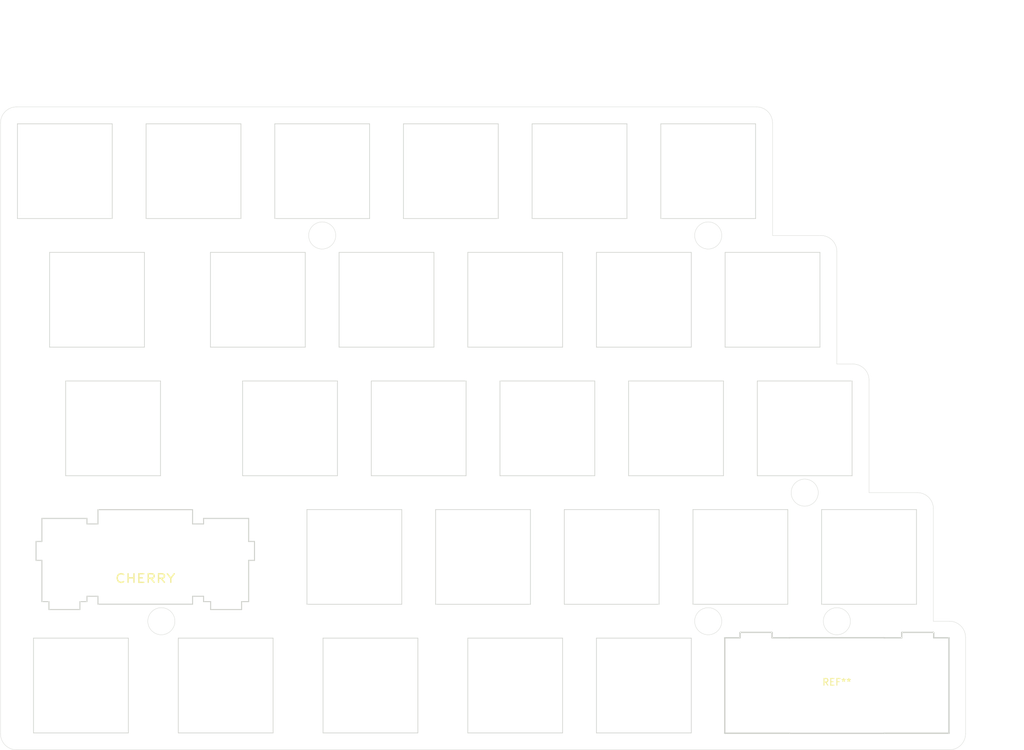
<source format=kicad_pcb>
(kicad_pcb (version 20171130) (host pcbnew 5.1.2-f72e74a~84~ubuntu18.04.1)

  (general
    (thickness 1.6)
    (drawings 32)
    (tracks 0)
    (zones 0)
    (modules 41)
    (nets 1)
  )

  (page A4)
  (layers
    (0 F.Cu signal hide)
    (31 B.Cu signal hide)
    (32 B.Adhes user hide)
    (33 F.Adhes user hide)
    (34 B.Paste user hide)
    (35 F.Paste user hide)
    (36 B.SilkS user hide)
    (37 F.SilkS user hide)
    (38 B.Mask user hide)
    (39 F.Mask user hide)
    (40 Dwgs.User user)
    (41 Cmts.User user hide)
    (42 Eco1.User user hide)
    (43 Eco2.User user hide)
    (44 Edge.Cuts user)
    (45 Margin user hide)
    (46 B.CrtYd user hide)
    (47 F.CrtYd user hide)
    (48 B.Fab user hide)
    (49 F.Fab user hide)
  )

  (setup
    (last_trace_width 0.25)
    (trace_clearance 0.2)
    (zone_clearance 0.508)
    (zone_45_only no)
    (trace_min 0.2)
    (via_size 0.8)
    (via_drill 0.4)
    (via_min_size 0.4)
    (via_min_drill 0.3)
    (uvia_size 0.3)
    (uvia_drill 0.1)
    (uvias_allowed no)
    (uvia_min_size 0.2)
    (uvia_min_drill 0.1)
    (edge_width 0.05)
    (segment_width 0.2)
    (pcb_text_width 0.3)
    (pcb_text_size 1.5 1.5)
    (mod_edge_width 0.12)
    (mod_text_size 1 1)
    (mod_text_width 0.15)
    (pad_size 1.524 1.524)
    (pad_drill 0.762)
    (pad_to_mask_clearance 0.051)
    (solder_mask_min_width 0.25)
    (aux_axis_origin 0 0)
    (visible_elements FFFFFF7F)
    (pcbplotparams
      (layerselection 0x010fc_ffffffff)
      (usegerberextensions false)
      (usegerberattributes false)
      (usegerberadvancedattributes false)
      (creategerberjobfile false)
      (excludeedgelayer true)
      (linewidth 0.100000)
      (plotframeref false)
      (viasonmask false)
      (mode 1)
      (useauxorigin false)
      (hpglpennumber 1)
      (hpglpenspeed 20)
      (hpglpendiameter 15.000000)
      (psnegative false)
      (psa4output false)
      (plotreference true)
      (plotvalue true)
      (plotinvisibletext false)
      (padsonsilk false)
      (subtractmaskfromsilk false)
      (outputformat 1)
      (mirror false)
      (drillshape 1)
      (scaleselection 1)
      (outputdirectory ""))
  )

  (net 0 "")

  (net_class Default "これはデフォルトのネット クラスです。"
    (clearance 0.2)
    (trace_width 0.25)
    (via_dia 0.8)
    (via_drill 0.4)
    (uvia_dia 0.3)
    (uvia_drill 0.1)
  )

  (net_class Power ""
    (clearance 0.2)
    (trace_width 0.5)
    (via_dia 0.8)
    (via_drill 0.4)
    (uvia_dia 0.3)
    (uvia_drill 0.1)
  )

  (module lib:MX_CUTOUT (layer F.Cu) (tedit 5BCAE12D) (tstamp 5CFA5DCA)
    (at 90.25 66.5)
    (fp_text reference MX_CUTOUT (at 0 1.5) (layer F.SilkS) hide
      (effects (font (size 1 1) (thickness 0.15)))
    )
    (fp_text value VAL** (at 0 0) (layer F.SilkS) hide
      (effects (font (size 1 1) (thickness 0.15)))
    )
    (fp_line (start 7 7) (end 7 -7) (layer Edge.Cuts) (width 0.1))
    (fp_line (start -7 7) (end 7 7) (layer Edge.Cuts) (width 0.1))
    (fp_line (start -7 -7) (end -7 7) (layer Edge.Cuts) (width 0.1))
    (fp_line (start 7 -7) (end -7 -7) (layer Edge.Cuts) (width 0.1))
  )

  (module lib:MX_CUTOUT (layer F.Cu) (tedit 5BCAE12D) (tstamp 5CFA5DBC)
    (at 109.25 66.5)
    (fp_text reference MX_CUTOUT (at 0 1.5) (layer F.SilkS) hide
      (effects (font (size 1 1) (thickness 0.15)))
    )
    (fp_text value VAL** (at 0 0) (layer F.SilkS) hide
      (effects (font (size 1 1) (thickness 0.15)))
    )
    (fp_line (start 7 -7) (end -7 -7) (layer Edge.Cuts) (width 0.1))
    (fp_line (start -7 -7) (end -7 7) (layer Edge.Cuts) (width 0.1))
    (fp_line (start -7 7) (end 7 7) (layer Edge.Cuts) (width 0.1))
    (fp_line (start 7 7) (end 7 -7) (layer Edge.Cuts) (width 0.1))
  )

  (module lib:MX_CUTOUT (layer F.Cu) (tedit 5BCAE12D) (tstamp 5CFA5DAE)
    (at 128.25 66.5)
    (fp_text reference MX_CUTOUT (at 0 1.5) (layer F.SilkS) hide
      (effects (font (size 1 1) (thickness 0.15)))
    )
    (fp_text value VAL** (at 0 0) (layer F.SilkS) hide
      (effects (font (size 1 1) (thickness 0.15)))
    )
    (fp_line (start 7 7) (end 7 -7) (layer Edge.Cuts) (width 0.1))
    (fp_line (start -7 7) (end 7 7) (layer Edge.Cuts) (width 0.1))
    (fp_line (start -7 -7) (end -7 7) (layer Edge.Cuts) (width 0.1))
    (fp_line (start 7 -7) (end -7 -7) (layer Edge.Cuts) (width 0.1))
  )

  (module lib:MX_CUTOUT (layer F.Cu) (tedit 5BCAE12D) (tstamp 5CFA5DA0)
    (at 147.25 66.5)
    (fp_text reference MX_CUTOUT (at 0 1.5) (layer F.SilkS) hide
      (effects (font (size 1 1) (thickness 0.15)))
    )
    (fp_text value VAL** (at 0 0) (layer F.SilkS) hide
      (effects (font (size 1 1) (thickness 0.15)))
    )
    (fp_line (start 7 -7) (end -7 -7) (layer Edge.Cuts) (width 0.1))
    (fp_line (start -7 -7) (end -7 7) (layer Edge.Cuts) (width 0.1))
    (fp_line (start -7 7) (end 7 7) (layer Edge.Cuts) (width 0.1))
    (fp_line (start 7 7) (end 7 -7) (layer Edge.Cuts) (width 0.1))
  )

  (module lib:MX_CUTOUT (layer F.Cu) (tedit 5BCAE12D) (tstamp 5CFA5D92)
    (at 166.25 66.5)
    (fp_text reference MX_CUTOUT (at 0 1.5) (layer F.SilkS) hide
      (effects (font (size 1 1) (thickness 0.15)))
    )
    (fp_text value VAL** (at 0 0) (layer F.SilkS) hide
      (effects (font (size 1 1) (thickness 0.15)))
    )
    (fp_line (start 7 7) (end 7 -7) (layer Edge.Cuts) (width 0.1))
    (fp_line (start -7 7) (end 7 7) (layer Edge.Cuts) (width 0.1))
    (fp_line (start -7 -7) (end -7 7) (layer Edge.Cuts) (width 0.1))
    (fp_line (start 7 -7) (end -7 -7) (layer Edge.Cuts) (width 0.1))
  )

  (module lib:MX_CUTOUT (layer F.Cu) (tedit 5BCAE12D) (tstamp 5CFA5D84)
    (at 185.25 66.5)
    (fp_text reference MX_CUTOUT (at 0 1.5) (layer F.SilkS) hide
      (effects (font (size 1 1) (thickness 0.15)))
    )
    (fp_text value VAL** (at 0 0) (layer F.SilkS) hide
      (effects (font (size 1 1) (thickness 0.15)))
    )
    (fp_line (start 7 -7) (end -7 -7) (layer Edge.Cuts) (width 0.1))
    (fp_line (start -7 -7) (end -7 7) (layer Edge.Cuts) (width 0.1))
    (fp_line (start -7 7) (end 7 7) (layer Edge.Cuts) (width 0.1))
    (fp_line (start 7 7) (end 7 -7) (layer Edge.Cuts) (width 0.1))
  )

  (module lib:MX_CUTOUT (layer F.Cu) (tedit 5BCAE12D) (tstamp 5CFA5D76)
    (at 194.75 85.5)
    (fp_text reference MX_CUTOUT (at 0 1.5) (layer F.SilkS) hide
      (effects (font (size 1 1) (thickness 0.15)))
    )
    (fp_text value VAL** (at 0 0) (layer F.SilkS) hide
      (effects (font (size 1 1) (thickness 0.15)))
    )
    (fp_line (start 7 7) (end 7 -7) (layer Edge.Cuts) (width 0.1))
    (fp_line (start -7 7) (end 7 7) (layer Edge.Cuts) (width 0.1))
    (fp_line (start -7 -7) (end -7 7) (layer Edge.Cuts) (width 0.1))
    (fp_line (start 7 -7) (end -7 -7) (layer Edge.Cuts) (width 0.1))
  )

  (module lib:MX_CUTOUT (layer F.Cu) (tedit 5BCAE12D) (tstamp 5CFA5D68)
    (at 175.75 85.5)
    (fp_text reference MX_CUTOUT (at 0 1.5) (layer F.SilkS) hide
      (effects (font (size 1 1) (thickness 0.15)))
    )
    (fp_text value VAL** (at 0 0) (layer F.SilkS) hide
      (effects (font (size 1 1) (thickness 0.15)))
    )
    (fp_line (start 7 -7) (end -7 -7) (layer Edge.Cuts) (width 0.1))
    (fp_line (start -7 -7) (end -7 7) (layer Edge.Cuts) (width 0.1))
    (fp_line (start -7 7) (end 7 7) (layer Edge.Cuts) (width 0.1))
    (fp_line (start 7 7) (end 7 -7) (layer Edge.Cuts) (width 0.1))
  )

  (module lib:MX_CUTOUT (layer F.Cu) (tedit 5BCAE12D) (tstamp 5CFA5D5A)
    (at 156.75 85.5)
    (fp_text reference MX_CUTOUT (at 0 1.5) (layer F.SilkS) hide
      (effects (font (size 1 1) (thickness 0.15)))
    )
    (fp_text value VAL** (at 0 0) (layer F.SilkS) hide
      (effects (font (size 1 1) (thickness 0.15)))
    )
    (fp_line (start 7 7) (end 7 -7) (layer Edge.Cuts) (width 0.1))
    (fp_line (start -7 7) (end 7 7) (layer Edge.Cuts) (width 0.1))
    (fp_line (start -7 -7) (end -7 7) (layer Edge.Cuts) (width 0.1))
    (fp_line (start 7 -7) (end -7 -7) (layer Edge.Cuts) (width 0.1))
  )

  (module lib:MX_CUTOUT (layer F.Cu) (tedit 5BCAE12D) (tstamp 5CFA5D4C)
    (at 137.75 85.5)
    (fp_text reference MX_CUTOUT (at 0 1.5) (layer F.SilkS) hide
      (effects (font (size 1 1) (thickness 0.15)))
    )
    (fp_text value VAL** (at 0 0) (layer F.SilkS) hide
      (effects (font (size 1 1) (thickness 0.15)))
    )
    (fp_line (start 7 -7) (end -7 -7) (layer Edge.Cuts) (width 0.1))
    (fp_line (start -7 -7) (end -7 7) (layer Edge.Cuts) (width 0.1))
    (fp_line (start -7 7) (end 7 7) (layer Edge.Cuts) (width 0.1))
    (fp_line (start 7 7) (end 7 -7) (layer Edge.Cuts) (width 0.1))
  )

  (module lib:MX_CUTOUT (layer F.Cu) (tedit 5BCAE12D) (tstamp 5CFA5D3E)
    (at 118.75 85.5)
    (fp_text reference MX_CUTOUT (at 0 1.5) (layer F.SilkS) hide
      (effects (font (size 1 1) (thickness 0.15)))
    )
    (fp_text value VAL** (at 0 0) (layer F.SilkS) hide
      (effects (font (size 1 1) (thickness 0.15)))
    )
    (fp_line (start 7 7) (end 7 -7) (layer Edge.Cuts) (width 0.1))
    (fp_line (start -7 7) (end 7 7) (layer Edge.Cuts) (width 0.1))
    (fp_line (start -7 -7) (end -7 7) (layer Edge.Cuts) (width 0.1))
    (fp_line (start 7 -7) (end -7 -7) (layer Edge.Cuts) (width 0.1))
  )

  (module lib:MX_CUTOUT (layer F.Cu) (tedit 5BCAE12D) (tstamp 5CFA5D30)
    (at 95 85.5)
    (fp_text reference MX_CUTOUT (at 0 1.5) (layer F.SilkS) hide
      (effects (font (size 1 1) (thickness 0.15)))
    )
    (fp_text value VAL** (at 0 0) (layer F.SilkS) hide
      (effects (font (size 1 1) (thickness 0.15)))
    )
    (fp_line (start 7 -7) (end -7 -7) (layer Edge.Cuts) (width 0.1))
    (fp_line (start -7 -7) (end -7 7) (layer Edge.Cuts) (width 0.1))
    (fp_line (start -7 7) (end 7 7) (layer Edge.Cuts) (width 0.1))
    (fp_line (start 7 7) (end 7 -7) (layer Edge.Cuts) (width 0.1))
  )

  (module lib:MX_CUTOUT (layer F.Cu) (tedit 5BCAE12D) (tstamp 5CFA5D22)
    (at 97.375 104.5)
    (fp_text reference MX_CUTOUT (at 0 1.5) (layer F.SilkS) hide
      (effects (font (size 1 1) (thickness 0.15)))
    )
    (fp_text value VAL** (at 0 0) (layer F.SilkS) hide
      (effects (font (size 1 1) (thickness 0.15)))
    )
    (fp_line (start 7 7) (end 7 -7) (layer Edge.Cuts) (width 0.1))
    (fp_line (start -7 7) (end 7 7) (layer Edge.Cuts) (width 0.1))
    (fp_line (start -7 -7) (end -7 7) (layer Edge.Cuts) (width 0.1))
    (fp_line (start 7 -7) (end -7 -7) (layer Edge.Cuts) (width 0.1))
  )

  (module lib:MX_CUTOUT (layer F.Cu) (tedit 5BCAE12D) (tstamp 5CFA5D14)
    (at 123.5 104.5)
    (fp_text reference MX_CUTOUT (at 0 1.5) (layer F.SilkS) hide
      (effects (font (size 1 1) (thickness 0.15)))
    )
    (fp_text value VAL** (at 0 0) (layer F.SilkS) hide
      (effects (font (size 1 1) (thickness 0.15)))
    )
    (fp_line (start 7 -7) (end -7 -7) (layer Edge.Cuts) (width 0.1))
    (fp_line (start -7 -7) (end -7 7) (layer Edge.Cuts) (width 0.1))
    (fp_line (start -7 7) (end 7 7) (layer Edge.Cuts) (width 0.1))
    (fp_line (start 7 7) (end 7 -7) (layer Edge.Cuts) (width 0.1))
  )

  (module lib:MX_CUTOUT (layer F.Cu) (tedit 5BCAE12D) (tstamp 5CFA5C2A)
    (at 142.5 104.5)
    (fp_text reference MX_CUTOUT (at 0 1.5) (layer F.SilkS) hide
      (effects (font (size 1 1) (thickness 0.15)))
    )
    (fp_text value VAL** (at 0 0) (layer F.SilkS) hide
      (effects (font (size 1 1) (thickness 0.15)))
    )
    (fp_line (start 7 7) (end 7 -7) (layer Edge.Cuts) (width 0.1))
    (fp_line (start -7 7) (end 7 7) (layer Edge.Cuts) (width 0.1))
    (fp_line (start -7 -7) (end -7 7) (layer Edge.Cuts) (width 0.1))
    (fp_line (start 7 -7) (end -7 -7) (layer Edge.Cuts) (width 0.1))
  )

  (module lib:MX_CUTOUT (layer F.Cu) (tedit 5BCAE12D) (tstamp 5CFA5C1C)
    (at 161.5 104.5)
    (fp_text reference MX_CUTOUT (at 0 1.5) (layer F.SilkS) hide
      (effects (font (size 1 1) (thickness 0.15)))
    )
    (fp_text value VAL** (at 0 0) (layer F.SilkS) hide
      (effects (font (size 1 1) (thickness 0.15)))
    )
    (fp_line (start 7 -7) (end -7 -7) (layer Edge.Cuts) (width 0.1))
    (fp_line (start -7 -7) (end -7 7) (layer Edge.Cuts) (width 0.1))
    (fp_line (start -7 7) (end 7 7) (layer Edge.Cuts) (width 0.1))
    (fp_line (start 7 7) (end 7 -7) (layer Edge.Cuts) (width 0.1))
  )

  (module lib:MX_CUTOUT (layer F.Cu) (tedit 5BCAE12D) (tstamp 5CFA5C0E)
    (at 180.5 104.5)
    (fp_text reference MX_CUTOUT (at 0 1.5) (layer F.SilkS) hide
      (effects (font (size 1 1) (thickness 0.15)))
    )
    (fp_text value VAL** (at 0 0) (layer F.SilkS) hide
      (effects (font (size 1 1) (thickness 0.15)))
    )
    (fp_line (start 7 7) (end 7 -7) (layer Edge.Cuts) (width 0.1))
    (fp_line (start -7 7) (end 7 7) (layer Edge.Cuts) (width 0.1))
    (fp_line (start -7 -7) (end -7 7) (layer Edge.Cuts) (width 0.1))
    (fp_line (start 7 -7) (end -7 -7) (layer Edge.Cuts) (width 0.1))
  )

  (module lib:MX_CUTOUT (layer F.Cu) (tedit 5BCAE12D) (tstamp 5CFA5C00)
    (at 199.5 104.5)
    (fp_text reference MX_CUTOUT (at 0 1.5) (layer F.SilkS) hide
      (effects (font (size 1 1) (thickness 0.15)))
    )
    (fp_text value VAL** (at 0 0) (layer F.SilkS) hide
      (effects (font (size 1 1) (thickness 0.15)))
    )
    (fp_line (start 7 -7) (end -7 -7) (layer Edge.Cuts) (width 0.1))
    (fp_line (start -7 -7) (end -7 7) (layer Edge.Cuts) (width 0.1))
    (fp_line (start -7 7) (end 7 7) (layer Edge.Cuts) (width 0.1))
    (fp_line (start 7 7) (end 7 -7) (layer Edge.Cuts) (width 0.1))
  )

  (module lib:MX_CUTOUT (layer F.Cu) (tedit 5BCAE12D) (tstamp 5CFA5BF2)
    (at 209 123.5)
    (fp_text reference MX_CUTOUT (at 0 1.5) (layer F.SilkS) hide
      (effects (font (size 1 1) (thickness 0.15)))
    )
    (fp_text value VAL** (at 0 0) (layer F.SilkS) hide
      (effects (font (size 1 1) (thickness 0.15)))
    )
    (fp_line (start 7 7) (end 7 -7) (layer Edge.Cuts) (width 0.1))
    (fp_line (start -7 7) (end 7 7) (layer Edge.Cuts) (width 0.1))
    (fp_line (start -7 -7) (end -7 7) (layer Edge.Cuts) (width 0.1))
    (fp_line (start 7 -7) (end -7 -7) (layer Edge.Cuts) (width 0.1))
  )

  (module lib:MX_CUTOUT (layer F.Cu) (tedit 5BCAE12D) (tstamp 5CFA5BE4)
    (at 190 123.5)
    (fp_text reference MX_CUTOUT (at 0 1.5) (layer F.SilkS) hide
      (effects (font (size 1 1) (thickness 0.15)))
    )
    (fp_text value VAL** (at 0 0) (layer F.SilkS) hide
      (effects (font (size 1 1) (thickness 0.15)))
    )
    (fp_line (start 7 -7) (end -7 -7) (layer Edge.Cuts) (width 0.1))
    (fp_line (start -7 -7) (end -7 7) (layer Edge.Cuts) (width 0.1))
    (fp_line (start -7 7) (end 7 7) (layer Edge.Cuts) (width 0.1))
    (fp_line (start 7 7) (end 7 -7) (layer Edge.Cuts) (width 0.1))
  )

  (module lib:MX_CUTOUT (layer F.Cu) (tedit 5BCAE12D) (tstamp 5CFA5BD6)
    (at 171 123.5)
    (fp_text reference MX_CUTOUT (at 0 1.5) (layer F.SilkS) hide
      (effects (font (size 1 1) (thickness 0.15)))
    )
    (fp_text value VAL** (at 0 0) (layer F.SilkS) hide
      (effects (font (size 1 1) (thickness 0.15)))
    )
    (fp_line (start 7 7) (end 7 -7) (layer Edge.Cuts) (width 0.1))
    (fp_line (start -7 7) (end 7 7) (layer Edge.Cuts) (width 0.1))
    (fp_line (start -7 -7) (end -7 7) (layer Edge.Cuts) (width 0.1))
    (fp_line (start 7 -7) (end -7 -7) (layer Edge.Cuts) (width 0.1))
  )

  (module lib:MX_CUTOUT (layer F.Cu) (tedit 5BCAE12D) (tstamp 5CFA5BC8)
    (at 152 123.5)
    (fp_text reference MX_CUTOUT (at 0 1.5) (layer F.SilkS) hide
      (effects (font (size 1 1) (thickness 0.15)))
    )
    (fp_text value VAL** (at 0 0) (layer F.SilkS) hide
      (effects (font (size 1 1) (thickness 0.15)))
    )
    (fp_line (start 7 -7) (end -7 -7) (layer Edge.Cuts) (width 0.1))
    (fp_line (start -7 -7) (end -7 7) (layer Edge.Cuts) (width 0.1))
    (fp_line (start -7 7) (end 7 7) (layer Edge.Cuts) (width 0.1))
    (fp_line (start 7 7) (end 7 -7) (layer Edge.Cuts) (width 0.1))
  )

  (module lib:MX_CUTOUT (layer F.Cu) (tedit 5BCAE12D) (tstamp 5CFA5BBA)
    (at 133 123.5)
    (fp_text reference MX_CUTOUT (at 0 1.5) (layer F.SilkS) hide
      (effects (font (size 1 1) (thickness 0.15)))
    )
    (fp_text value VAL** (at 0 0) (layer F.SilkS) hide
      (effects (font (size 1 1) (thickness 0.15)))
    )
    (fp_line (start 7 7) (end 7 -7) (layer Edge.Cuts) (width 0.1))
    (fp_line (start -7 7) (end 7 7) (layer Edge.Cuts) (width 0.1))
    (fp_line (start -7 -7) (end -7 7) (layer Edge.Cuts) (width 0.1))
    (fp_line (start 7 -7) (end -7 -7) (layer Edge.Cuts) (width 0.1))
  )

  (module lib:MX_CUTOUT (layer F.Cu) (tedit 5BCAE12D) (tstamp 5CFA5B87)
    (at 135.375 142.5)
    (fp_text reference MX_CUTOUT (at 0 1.5) (layer F.SilkS) hide
      (effects (font (size 1 1) (thickness 0.15)))
    )
    (fp_text value VAL** (at 0 0) (layer F.SilkS) hide
      (effects (font (size 1 1) (thickness 0.15)))
    )
    (fp_line (start 7 -7) (end -7 -7) (layer Edge.Cuts) (width 0.1))
    (fp_line (start -7 -7) (end -7 7) (layer Edge.Cuts) (width 0.1))
    (fp_line (start -7 7) (end 7 7) (layer Edge.Cuts) (width 0.1))
    (fp_line (start 7 7) (end 7 -7) (layer Edge.Cuts) (width 0.1))
  )

  (module lib:MX_CUTOUT (layer F.Cu) (tedit 5BCAE12D) (tstamp 5CFA5B79)
    (at 114 142.5)
    (fp_text reference MX_CUTOUT (at 0 1.5) (layer F.SilkS) hide
      (effects (font (size 1 1) (thickness 0.15)))
    )
    (fp_text value VAL** (at 0 0) (layer F.SilkS) hide
      (effects (font (size 1 1) (thickness 0.15)))
    )
    (fp_line (start 7 7) (end 7 -7) (layer Edge.Cuts) (width 0.1))
    (fp_line (start -7 7) (end 7 7) (layer Edge.Cuts) (width 0.1))
    (fp_line (start -7 -7) (end -7 7) (layer Edge.Cuts) (width 0.1))
    (fp_line (start 7 -7) (end -7 -7) (layer Edge.Cuts) (width 0.1))
  )

  (module lib:MX_CUTOUT (layer F.Cu) (tedit 5BCAE12D) (tstamp 5CFA5B6B)
    (at 175.75 142.5)
    (fp_text reference MX_CUTOUT (at 0 1.5) (layer F.SilkS) hide
      (effects (font (size 1 1) (thickness 0.15)))
    )
    (fp_text value VAL** (at 0 0) (layer F.SilkS) hide
      (effects (font (size 1 1) (thickness 0.15)))
    )
    (fp_line (start 7 -7) (end -7 -7) (layer Edge.Cuts) (width 0.1))
    (fp_line (start -7 -7) (end -7 7) (layer Edge.Cuts) (width 0.1))
    (fp_line (start -7 7) (end 7 7) (layer Edge.Cuts) (width 0.1))
    (fp_line (start 7 7) (end 7 -7) (layer Edge.Cuts) (width 0.1))
  )

  (module lib:MX_CUTOUT (layer F.Cu) (tedit 5BCAE12D) (tstamp 5CFA5B62)
    (at 156.75 142.5)
    (fp_text reference MX_CUTOUT (at 0 1.5) (layer F.SilkS) hide
      (effects (font (size 1 1) (thickness 0.15)))
    )
    (fp_text value VAL** (at 0 0) (layer F.SilkS) hide
      (effects (font (size 1 1) (thickness 0.15)))
    )
    (fp_line (start 7 7) (end 7 -7) (layer Edge.Cuts) (width 0.1))
    (fp_line (start -7 7) (end 7 7) (layer Edge.Cuts) (width 0.1))
    (fp_line (start -7 -7) (end -7 7) (layer Edge.Cuts) (width 0.1))
    (fp_line (start 7 -7) (end -7 -7) (layer Edge.Cuts) (width 0.1))
  )

  (module lib:MX_CUTOUT (layer F.Cu) (tedit 5BCAE12D) (tstamp 5CFA5B4C)
    (at 92.625 142.5)
    (fp_text reference MX_CUTOUT (at 0 1.5) (layer F.SilkS) hide
      (effects (font (size 1 1) (thickness 0.15)))
    )
    (fp_text value VAL** (at 0 0) (layer F.SilkS) hide
      (effects (font (size 1 1) (thickness 0.15)))
    )
    (fp_line (start 7 7) (end 7 -7) (layer Edge.Cuts) (width 0.1))
    (fp_line (start -7 7) (end 7 7) (layer Edge.Cuts) (width 0.1))
    (fp_line (start -7 -7) (end -7 7) (layer Edge.Cuts) (width 0.1))
    (fp_line (start 7 -7) (end -7 -7) (layer Edge.Cuts) (width 0.1))
  )

  (module lib:MX_CUTOFF_BackSpace (layer F.Cu) (tedit 5CF1F4FE) (tstamp 5CFA5B0E)
    (at 204.25 142.5 180)
    (fp_text reference REF** (at 0 0.5) (layer F.SilkS)
      (effects (font (size 1 1) (thickness 0.15)))
    )
    (fp_text value MX_CUTOFF_BackSpace (at 0 -0.5) (layer F.Fab)
      (effects (font (size 1 1) (thickness 0.15)))
    )
    (fp_line (start 6.985 -7.061549) (end 6.989 -7.061149) (layer Edge.Cuts) (width 0.2))
    (fp_line (start 6.980999 -7.061149) (end 6.985 -7.061549) (layer Edge.Cuts) (width 0.2))
    (fp_line (start -6.980999 -7.061149) (end 6.980999 -7.061149) (layer Edge.Cuts) (width 0.2))
    (fp_line (start -6.985 -7.061549) (end -6.980999 -7.061149) (layer Edge.Cuts) (width 0.2))
    (fp_line (start -6.989 -7.061149) (end -6.985 -7.061549) (layer Edge.Cuts) (width 0.2))
    (fp_line (start -7 -7.06005) (end -6.989 -7.061149) (layer Edge.Cuts) (width 0.2))
    (fp_line (start -7.014 -7.05565) (end -7 -7.06005) (layer Edge.Cuts) (width 0.2))
    (fp_line (start -7.025 -7.049949) (end -7.014 -7.05565) (layer Edge.Cuts) (width 0.2))
    (fp_line (start -16.497999 -7.049949) (end -7.025 -7.049949) (layer Edge.Cuts) (width 0.2))
    (fp_line (start -16.5 -7.050149) (end -16.497999 -7.049949) (layer Edge.Cuts) (width 0.2))
    (fp_line (start -16.502 -7.049949) (end -16.5 -7.050149) (layer Edge.Cuts) (width 0.2))
    (fp_line (start -16.509999 -7.04925) (end -16.502 -7.049949) (layer Edge.Cuts) (width 0.2))
    (fp_line (start -16.519 -7.04635) (end -16.509999 -7.04925) (layer Edge.Cuts) (width 0.2))
    (fp_line (start -16.527999 -7.041749) (end -16.519 -7.04635) (layer Edge.Cuts) (width 0.2))
    (fp_line (start -16.536 -7.035449) (end -16.527999 -7.041749) (layer Edge.Cuts) (width 0.2))
    (fp_line (start -16.542 -7.02785) (end -16.536 -7.035449) (layer Edge.Cuts) (width 0.2))
    (fp_line (start -16.545999 -7.019149) (end -16.542 -7.02785) (layer Edge.Cuts) (width 0.2))
    (fp_line (start -16.549 -7.009749) (end -16.545999 -7.019149) (layer Edge.Cuts) (width 0.2))
    (fp_line (start -16.55 -6.999949) (end -16.549 -7.009749) (layer Edge.Cuts) (width 0.2))
    (fp_line (start -16.55 -6.99755) (end -16.55 -6.999949) (layer Edge.Cuts) (width 0.2))
    (fp_line (start -16.55 6.99755) (end -16.55 -6.99755) (layer Edge.Cuts) (width 0.2))
    (fp_line (start -16.55 7.00005) (end -16.55 6.99755) (layer Edge.Cuts) (width 0.2))
    (fp_line (start -16.549 7.00985) (end -16.55 7.00005) (layer Edge.Cuts) (width 0.2))
    (fp_line (start -16.545999 7.01925) (end -16.549 7.00985) (layer Edge.Cuts) (width 0.2))
    (fp_line (start -16.542 7.02795) (end -16.545999 7.01925) (layer Edge.Cuts) (width 0.2))
    (fp_line (start -16.536 7.03555) (end -16.542 7.02795) (layer Edge.Cuts) (width 0.2))
    (fp_line (start -16.527999 7.041849) (end -16.536 7.03555) (layer Edge.Cuts) (width 0.2))
    (fp_line (start -16.519 7.04645) (end -16.527999 7.041849) (layer Edge.Cuts) (width 0.2))
    (fp_line (start -16.509999 7.04935) (end -16.519 7.04645) (layer Edge.Cuts) (width 0.2))
    (fp_line (start -16.502 7.050049) (end -16.509999 7.04935) (layer Edge.Cuts) (width 0.2))
    (fp_line (start -16.5 7.05025) (end -16.502 7.050049) (layer Edge.Cuts) (width 0.2))
    (fp_line (start -16.497999 7.050049) (end -16.5 7.05025) (layer Edge.Cuts) (width 0.2))
    (fp_line (start -14.3 7.050049) (end -16.497999 7.050049) (layer Edge.Cuts) (width 0.2))
    (fp_line (start -14.3 7.768749) (end -14.3 7.050049) (layer Edge.Cuts) (width 0.2))
    (fp_line (start -14.300999 7.77245) (end -14.3 7.768749) (layer Edge.Cuts) (width 0.2))
    (fp_line (start -14.299 7.78735) (end -14.300999 7.77245) (layer Edge.Cuts) (width 0.2))
    (fp_line (start -14.294999 7.801749) (end -14.299 7.78735) (layer Edge.Cuts) (width 0.2))
    (fp_line (start -14.288 7.814949) (end -14.294999 7.801749) (layer Edge.Cuts) (width 0.2))
    (fp_line (start -14.277999 7.826549) (end -14.288 7.814949) (layer Edge.Cuts) (width 0.2))
    (fp_line (start -14.267 7.83615) (end -14.277999 7.826549) (layer Edge.Cuts) (width 0.2))
    (fp_line (start -14.252999 7.84315) (end -14.267 7.83615) (layer Edge.Cuts) (width 0.2))
    (fp_line (start -14.239 7.847549) (end -14.252999 7.84315) (layer Edge.Cuts) (width 0.2))
    (fp_line (start -14.223999 7.84905) (end -14.239 7.847549) (layer Edge.Cuts) (width 0.2))
    (fp_line (start -14.22 7.84865) (end -14.223999 7.84905) (layer Edge.Cuts) (width 0.2))
    (fp_line (start -9.656 7.84865) (end -14.22 7.84865) (layer Edge.Cuts) (width 0.2))
    (fp_line (start -9.651999 7.84905) (end -9.656 7.84865) (layer Edge.Cuts) (width 0.2))
    (fp_line (start -9.647999 7.84865) (end -9.651999 7.84905) (layer Edge.Cuts) (width 0.2))
    (fp_line (start -9.637 7.847549) (end -9.647999 7.84865) (layer Edge.Cuts) (width 0.2))
    (fp_line (start -9.622999 7.84315) (end -9.637 7.847549) (layer Edge.Cuts) (width 0.2))
    (fp_line (start -9.609 7.83615) (end -9.622999 7.84315) (layer Edge.Cuts) (width 0.2))
    (fp_line (start -9.598 7.826549) (end -9.609 7.83615) (layer Edge.Cuts) (width 0.2))
    (fp_line (start -9.587999 7.814949) (end -9.598 7.826549) (layer Edge.Cuts) (width 0.2))
    (fp_line (start -9.580999 7.801749) (end -9.587999 7.814949) (layer Edge.Cuts) (width 0.2))
    (fp_line (start -9.576999 7.78735) (end -9.580999 7.801749) (layer Edge.Cuts) (width 0.2))
    (fp_line (start -9.574999 7.77245) (end -9.576999 7.78735) (layer Edge.Cuts) (width 0.2))
    (fp_line (start -9.575999 7.768749) (end -9.574999 7.77245) (layer Edge.Cuts) (width 0.2))
    (fp_line (start -9.575999 7.050049) (end -9.575999 7.768749) (layer Edge.Cuts) (width 0.2))
    (fp_line (start -7.025 7.050049) (end -9.575999 7.050049) (layer Edge.Cuts) (width 0.2))
    (fp_line (start -7.014 7.05575) (end -7.025 7.050049) (layer Edge.Cuts) (width 0.2))
    (fp_line (start -7 7.06015) (end -7.014 7.05575) (layer Edge.Cuts) (width 0.2))
    (fp_line (start -6.985 7.06165) (end -7 7.06015) (layer Edge.Cuts) (width 0.2))
    (fp_line (start -6.980999 7.06125) (end -6.985 7.06165) (layer Edge.Cuts) (width 0.2))
    (fp_line (start 6.980999 7.06125) (end -6.980999 7.06125) (layer Edge.Cuts) (width 0.2))
    (fp_line (start 6.985 7.06165) (end 6.980999 7.06125) (layer Edge.Cuts) (width 0.2))
    (fp_line (start 6.989 7.06125) (end 6.985 7.06165) (layer Edge.Cuts) (width 0.2))
    (fp_line (start 7 7.06015) (end 6.989 7.06125) (layer Edge.Cuts) (width 0.2))
    (fp_line (start 7.014 7.05575) (end 7 7.06015) (layer Edge.Cuts) (width 0.2))
    (fp_line (start 7.025 7.050049) (end 7.014 7.05575) (layer Edge.Cuts) (width 0.2))
    (fp_line (start 9.575999 7.050049) (end 7.025 7.050049) (layer Edge.Cuts) (width 0.2))
    (fp_line (start 9.575999 7.768749) (end 9.575999 7.050049) (layer Edge.Cuts) (width 0.2))
    (fp_line (start 9.574999 7.77245) (end 9.575999 7.768749) (layer Edge.Cuts) (width 0.2))
    (fp_line (start 9.576999 7.78735) (end 9.574999 7.77245) (layer Edge.Cuts) (width 0.2))
    (fp_line (start 9.580999 7.801749) (end 9.576999 7.78735) (layer Edge.Cuts) (width 0.2))
    (fp_line (start 9.587999 7.814949) (end 9.580999 7.801749) (layer Edge.Cuts) (width 0.2))
    (fp_line (start 9.598 7.826549) (end 9.587999 7.814949) (layer Edge.Cuts) (width 0.2))
    (fp_line (start 9.609 7.83615) (end 9.598 7.826549) (layer Edge.Cuts) (width 0.2))
    (fp_line (start 9.622999 7.84315) (end 9.609 7.83615) (layer Edge.Cuts) (width 0.2))
    (fp_line (start 9.637 7.847549) (end 9.622999 7.84315) (layer Edge.Cuts) (width 0.2))
    (fp_line (start 9.651999 7.84905) (end 9.637 7.847549) (layer Edge.Cuts) (width 0.2))
    (fp_line (start 9.656 7.84865) (end 9.651999 7.84905) (layer Edge.Cuts) (width 0.2))
    (fp_line (start 14.22 7.84865) (end 9.656 7.84865) (layer Edge.Cuts) (width 0.2))
    (fp_line (start 14.223999 7.84905) (end 14.22 7.84865) (layer Edge.Cuts) (width 0.2))
    (fp_line (start 14.228 7.84865) (end 14.223999 7.84905) (layer Edge.Cuts) (width 0.2))
    (fp_line (start 14.239 7.847549) (end 14.228 7.84865) (layer Edge.Cuts) (width 0.2))
    (fp_line (start 14.252999 7.84315) (end 14.239 7.847549) (layer Edge.Cuts) (width 0.2))
    (fp_line (start 14.267 7.83615) (end 14.252999 7.84315) (layer Edge.Cuts) (width 0.2))
    (fp_line (start 14.277999 7.826549) (end 14.267 7.83615) (layer Edge.Cuts) (width 0.2))
    (fp_line (start 14.288 7.814949) (end 14.277999 7.826549) (layer Edge.Cuts) (width 0.2))
    (fp_line (start 14.294999 7.801749) (end 14.288 7.814949) (layer Edge.Cuts) (width 0.2))
    (fp_line (start 14.299 7.78735) (end 14.294999 7.801749) (layer Edge.Cuts) (width 0.2))
    (fp_line (start 14.300999 7.77245) (end 14.299 7.78735) (layer Edge.Cuts) (width 0.2))
    (fp_line (start 14.3 7.768749) (end 14.300999 7.77245) (layer Edge.Cuts) (width 0.2))
    (fp_line (start 14.3 7.050049) (end 14.3 7.768749) (layer Edge.Cuts) (width 0.2))
    (fp_line (start 16.497999 7.050049) (end 14.3 7.050049) (layer Edge.Cuts) (width 0.2))
    (fp_line (start 16.5 7.05025) (end 16.497999 7.050049) (layer Edge.Cuts) (width 0.2))
    (fp_line (start 16.502 7.050049) (end 16.5 7.05025) (layer Edge.Cuts) (width 0.2))
    (fp_line (start 16.509999 7.04935) (end 16.502 7.050049) (layer Edge.Cuts) (width 0.2))
    (fp_line (start 16.519 7.04645) (end 16.509999 7.04935) (layer Edge.Cuts) (width 0.2))
    (fp_line (start 16.527999 7.041849) (end 16.519 7.04645) (layer Edge.Cuts) (width 0.2))
    (fp_line (start 16.536 7.03555) (end 16.527999 7.041849) (layer Edge.Cuts) (width 0.2))
    (fp_line (start 16.542 7.02795) (end 16.536 7.03555) (layer Edge.Cuts) (width 0.2))
    (fp_line (start 16.545999 7.01925) (end 16.542 7.02795) (layer Edge.Cuts) (width 0.2))
    (fp_line (start 16.549 7.00985) (end 16.545999 7.01925) (layer Edge.Cuts) (width 0.2))
    (fp_line (start 16.55 7.00005) (end 16.549 7.00985) (layer Edge.Cuts) (width 0.2))
    (fp_line (start 16.55 6.99765) (end 16.55 7.00005) (layer Edge.Cuts) (width 0.2))
    (fp_line (start 16.55 -6.99755) (end 16.55 6.99765) (layer Edge.Cuts) (width 0.2))
    (fp_line (start 16.55 -6.999949) (end 16.55 -6.99755) (layer Edge.Cuts) (width 0.2))
    (fp_line (start 16.549 -7.009749) (end 16.55 -6.999949) (layer Edge.Cuts) (width 0.2))
    (fp_line (start 16.545999 -7.019149) (end 16.549 -7.009749) (layer Edge.Cuts) (width 0.2))
    (fp_line (start 16.542 -7.02785) (end 16.545999 -7.019149) (layer Edge.Cuts) (width 0.2))
    (fp_line (start 16.536 -7.035449) (end 16.542 -7.02785) (layer Edge.Cuts) (width 0.2))
    (fp_line (start 16.527999 -7.041749) (end 16.536 -7.035449) (layer Edge.Cuts) (width 0.2))
    (fp_line (start 16.519 -7.04635) (end 16.527999 -7.041749) (layer Edge.Cuts) (width 0.2))
    (fp_line (start 16.509999 -7.04925) (end 16.519 -7.04635) (layer Edge.Cuts) (width 0.2))
    (fp_line (start 16.502 -7.049949) (end 16.509999 -7.04925) (layer Edge.Cuts) (width 0.2))
    (fp_line (start 16.5 -7.050149) (end 16.502 -7.049949) (layer Edge.Cuts) (width 0.2))
    (fp_line (start 16.497999 -7.049949) (end 16.5 -7.050149) (layer Edge.Cuts) (width 0.2))
    (fp_line (start 7.025 -7.049949) (end 16.497999 -7.049949) (layer Edge.Cuts) (width 0.2))
    (fp_line (start 7.014 -7.05565) (end 7.025 -7.049949) (layer Edge.Cuts) (width 0.2))
    (fp_line (start 7 -7.06005) (end 7.014 -7.05565) (layer Edge.Cuts) (width 0.2))
    (fp_line (start 6.989 -7.061149) (end 7 -7.06005) (layer Edge.Cuts) (width 0.2))
  )

  (module lib:MX_PCB_CUTOUT (layer F.Cu) (tedit 5CF1E477) (tstamp 5CFA5999)
    (at 102.125 123.5)
    (fp_text reference CHERRY (at 0 3.175) (layer F.SilkS)
      (effects (font (size 1.27 1.524) (thickness 0.2032)))
    )
    (fp_text value MX (at 0 5.08) (layer F.SilkS) hide
      (effects (font (size 1.27 1.524) (thickness 0.2032)))
    )
    (fp_circle (center 11.938 8.255) (end 13.938 8.255) (layer Dwgs.User) (width 0.12))
    (fp_circle (center -11.938 8.255) (end -9.938 8.255) (layer Dwgs.User) (width 0.12))
    (fp_circle (center -11.938 -6.985) (end -10.438 -6.985) (layer Dwgs.User) (width 0.12))
    (fp_circle (center 11.938 -6.985) (end 13.438 -6.985) (layer Dwgs.User) (width 0.12))
    (fp_circle (center 0 0) (end 2 0) (layer Dwgs.User) (width 0.12))
    (fp_line (start -6.985 -6.985) (end 6.985 -6.985) (layer Edge.Cuts) (width 0.1524))
    (fp_line (start 6.985 -6.985) (end 6.985 -4.8768) (layer Edge.Cuts) (width 0.1524))
    (fp_line (start 6.985 -4.8768) (end 8.6106 -4.8768) (layer Edge.Cuts) (width 0.1524))
    (fp_line (start 8.6106 -4.8768) (end 8.6106 -5.6896) (layer Edge.Cuts) (width 0.1524))
    (fp_line (start 8.6106 -5.6896) (end 15.2654 -5.6896) (layer Edge.Cuts) (width 0.1524))
    (fp_line (start 15.2654 -5.6896) (end 15.2654 -2.286) (layer Edge.Cuts) (width 0.1524))
    (fp_line (start 15.2654 -2.286) (end 16.129 -2.286) (layer Edge.Cuts) (width 0.1524))
    (fp_line (start 16.129 -2.286) (end 16.129 0.508) (layer Edge.Cuts) (width 0.1524))
    (fp_line (start 16.129 0.508) (end 15.2654 0.508) (layer Edge.Cuts) (width 0.1524))
    (fp_line (start 15.2654 0.508) (end 15.2654 6.604) (layer Edge.Cuts) (width 0.1524))
    (fp_line (start 15.2654 6.604) (end 14.224 6.604) (layer Edge.Cuts) (width 0.1524))
    (fp_line (start 14.224 6.604) (end 14.224 7.7724) (layer Edge.Cuts) (width 0.1524))
    (fp_line (start 14.224 7.7724) (end 9.652 7.7724) (layer Edge.Cuts) (width 0.1524))
    (fp_line (start 9.652 7.7724) (end 9.652 6.604) (layer Edge.Cuts) (width 0.1524))
    (fp_line (start 9.652 6.604) (end 8.6106 6.604) (layer Edge.Cuts) (width 0.1524))
    (fp_line (start 8.6106 6.604) (end 8.6106 5.8166) (layer Edge.Cuts) (width 0.1524))
    (fp_line (start 8.6106 5.8166) (end 6.985 5.8166) (layer Edge.Cuts) (width 0.1524))
    (fp_line (start 6.985 5.8166) (end 6.985 6.985) (layer Edge.Cuts) (width 0.1524))
    (fp_line (start 6.985 6.985) (end -6.985 6.985) (layer Edge.Cuts) (width 0.1524))
    (fp_line (start -6.985 6.985) (end -6.985 5.8166) (layer Edge.Cuts) (width 0.1524))
    (fp_line (start -6.985 5.8166) (end -8.6106 5.8166) (layer Edge.Cuts) (width 0.1524))
    (fp_line (start -8.6106 5.8166) (end -8.6106 6.604) (layer Edge.Cuts) (width 0.1524))
    (fp_line (start -8.6106 6.604) (end -9.652 6.604) (layer Edge.Cuts) (width 0.1524))
    (fp_line (start -9.652 6.604) (end -9.652 7.7724) (layer Edge.Cuts) (width 0.1524))
    (fp_line (start -9.652 7.7724) (end -14.224 7.7724) (layer Edge.Cuts) (width 0.1524))
    (fp_line (start -14.224 7.7724) (end -14.224 6.604) (layer Edge.Cuts) (width 0.1524))
    (fp_line (start -14.224 6.604) (end -15.2654 6.604) (layer Edge.Cuts) (width 0.1524))
    (fp_line (start -15.2654 6.604) (end -15.2654 0.508) (layer Edge.Cuts) (width 0.1524))
    (fp_line (start -15.2654 0.508) (end -16.129 0.508) (layer Edge.Cuts) (width 0.1524))
    (fp_line (start -16.129 0.508) (end -16.129 -2.286) (layer Edge.Cuts) (width 0.1524))
    (fp_line (start -16.129 -2.286) (end -15.2654 -2.286) (layer Edge.Cuts) (width 0.1524))
    (fp_line (start -15.2654 -2.286) (end -15.2654 -5.6896) (layer Edge.Cuts) (width 0.1524))
    (fp_line (start -15.2654 -5.6896) (end -8.6106 -5.6896) (layer Edge.Cuts) (width 0.1524))
    (fp_line (start -8.6106 -5.6896) (end -8.6106 -4.8768) (layer Edge.Cuts) (width 0.1524))
    (fp_line (start -8.6106 -4.8768) (end -6.985 -4.8768) (layer Edge.Cuts) (width 0.1524))
    (fp_line (start -6.985 -4.8768) (end -6.985 -6.985) (layer Edge.Cuts) (width 0.1524))
    (fp_line (start 15.367 -7.62) (end 8.509 -7.62) (layer Cmts.User) (width 0.1524))
    (fp_line (start 8.509 -7.62) (end 8.509 7.62) (layer Cmts.User) (width 0.1524))
    (fp_line (start 8.509 7.62) (end -8.509 7.62) (layer Cmts.User) (width 0.1524))
    (fp_line (start -8.509 7.62) (end -8.509 -7.62) (layer Cmts.User) (width 0.1524))
    (fp_line (start -8.509 -7.62) (end -15.367 -7.62) (layer Cmts.User) (width 0.1524))
    (fp_line (start -15.367 -7.62) (end -15.367 10.16) (layer Cmts.User) (width 0.1524))
    (fp_line (start -15.367 10.16) (end 15.367 10.16) (layer Cmts.User) (width 0.1524))
    (fp_line (start 15.367 10.16) (end 15.367 -7.62) (layer Cmts.User) (width 0.1524))
  )

  (module lib:MountingHole_2.2mm_M2 locked (layer F.Cu) (tedit 5BC59CB0) (tstamp 5CF98C91)
    (at 166.25 133)
    (descr "Mounting Hole 2.2mm, no annular, M2")
    (tags "mounting hole 2.2mm no annular m2")
    (attr virtual)
    (fp_text reference "" (at 0 -3.2) (layer F.SilkS)
      (effects (font (size 1 1) (thickness 0.15)))
    )
    (fp_text value M2 (at 0 3.2) (layer F.Fab)
      (effects (font (size 1 1) (thickness 0.15)))
    )
    (fp_circle (center 0 0) (end 1.75 0) (layer F.CrtYd) (width 0.05))
    (fp_text user %R (at 0.3 0) (layer F.Fab)
      (effects (font (size 1 1) (thickness 0.15)))
    )
    (pad 1 np_thru_hole circle (at 0 0) (size 2.2 2.2) (drill 2.2) (layers *.Cu *.Mask))
  )

  (module lib:MountingHole_2.2mm_M2 locked (layer F.Cu) (tedit 5BC59CB0) (tstamp 5CF99488)
    (at 78.375 61.75)
    (descr "Mounting Hole 2.2mm, no annular, M2")
    (tags "mounting hole 2.2mm no annular m2")
    (attr virtual)
    (fp_text reference "" (at 0 -3.2) (layer F.SilkS)
      (effects (font (size 1 1) (thickness 0.15)))
    )
    (fp_text value M2 (at 0 3.2) (layer F.Fab)
      (effects (font (size 1 1) (thickness 0.15)))
    )
    (fp_circle (center 0 0) (end 1.75 0) (layer F.CrtYd) (width 0.05))
    (fp_text user %R (at 0.3 0) (layer F.Fab)
      (effects (font (size 1 1) (thickness 0.15)))
    )
    (pad 1 np_thru_hole circle (at 0 0) (size 2.2 2.2) (drill 2.2) (layers *.Cu *.Mask))
  )

  (module lib:MountingHole_2.2mm_M2 locked (layer F.Cu) (tedit 5BC59CB0) (tstamp 5CF85047)
    (at 185.25 76)
    (descr "Mounting Hole 2.2mm, no annular, M2")
    (tags "mounting hole 2.2mm no annular m2")
    (attr virtual)
    (fp_text reference "" (at 0 -3.2) (layer F.SilkS)
      (effects (font (size 1 1) (thickness 0.15)))
    )
    (fp_text value M2 (at 0 3.2) (layer F.Fab)
      (effects (font (size 1 1) (thickness 0.15)))
    )
    (fp_circle (center 0 0) (end 1.75 0) (layer F.CrtYd) (width 0.05))
    (fp_text user %R (at 0.3 0) (layer F.Fab)
      (effects (font (size 1 1) (thickness 0.15)))
    )
    (pad 1 np_thru_hole circle (at 0 0) (size 2.2 2.2) (drill 2.2) (layers *.Cu *.Mask))
  )

  (module lib:MountingHole_2.2mm_M2 locked (layer F.Cu) (tedit 5BC59CB0) (tstamp 5CF85034)
    (at 199.5 114)
    (descr "Mounting Hole 2.2mm, no annular, M2")
    (tags "mounting hole 2.2mm no annular m2")
    (attr virtual)
    (fp_text reference "" (at 0 -3.2) (layer F.SilkS)
      (effects (font (size 1 1) (thickness 0.15)))
    )
    (fp_text value M2 (at 0 3.2) (layer F.Fab)
      (effects (font (size 1 1) (thickness 0.15)))
    )
    (fp_circle (center 0 0) (end 1.75 0) (layer F.CrtYd) (width 0.05))
    (fp_text user %R (at 0.3 0) (layer F.Fab)
      (effects (font (size 1 1) (thickness 0.15)))
    )
    (pad 1 np_thru_hole circle (at 0 0) (size 2.2 2.2) (drill 2.2) (layers *.Cu *.Mask))
  )

  (module lib:MountingHole_2.2mm_M2 locked (layer F.Cu) (tedit 5BC59CB0) (tstamp 5CF85021)
    (at 204.25 133)
    (descr "Mounting Hole 2.2mm, no annular, M2")
    (tags "mounting hole 2.2mm no annular m2")
    (attr virtual)
    (fp_text reference "" (at 0 -3.2) (layer F.SilkS)
      (effects (font (size 1 1) (thickness 0.15)))
    )
    (fp_text value M2 (at 0 3.2) (layer F.Fab)
      (effects (font (size 1 1) (thickness 0.15)))
    )
    (fp_circle (center 0 0) (end 1.75 0) (layer F.CrtYd) (width 0.05))
    (fp_text user %R (at 0.3 0) (layer F.Fab)
      (effects (font (size 1 1) (thickness 0.15)))
    )
    (pad 1 np_thru_hole circle (at 0 0) (size 2.2 2.2) (drill 2.2) (layers *.Cu *.Mask))
  )

  (module lib:MountingHole_2.2mm_M2 locked (layer F.Cu) (tedit 5BC59CB0) (tstamp 5CF8500E)
    (at 104.5 133)
    (descr "Mounting Hole 2.2mm, no annular, M2")
    (tags "mounting hole 2.2mm no annular m2")
    (attr virtual)
    (fp_text reference "" (at 0 -3.2) (layer F.SilkS)
      (effects (font (size 1 1) (thickness 0.15)))
    )
    (fp_text value M2 (at 0 3.2) (layer F.Fab)
      (effects (font (size 1 1) (thickness 0.15)))
    )
    (fp_circle (center 0 0) (end 1.75 0) (layer F.CrtYd) (width 0.05))
    (fp_text user %R (at 0.3 0) (layer F.Fab)
      (effects (font (size 1 1) (thickness 0.15)))
    )
    (pad 1 np_thru_hole circle (at 0 0) (size 2.2 2.2) (drill 2.2) (layers *.Cu *.Mask))
  )

  (module lib:MountingHole_2.2mm_M2 locked (layer F.Cu) (tedit 5BC59CB0) (tstamp 5CF84FFB)
    (at 128.25 76)
    (descr "Mounting Hole 2.2mm, no annular, M2")
    (tags "mounting hole 2.2mm no annular m2")
    (attr virtual)
    (fp_text reference "" (at 0 -3.2) (layer F.SilkS)
      (effects (font (size 1 1) (thickness 0.15)))
    )
    (fp_text value M2 (at 0 3.2) (layer F.Fab)
      (effects (font (size 1 1) (thickness 0.15)))
    )
    (fp_circle (center 0 0) (end 1.75 0) (layer F.CrtYd) (width 0.05))
    (fp_text user %R (at 0.3 0) (layer F.Fab)
      (effects (font (size 1 1) (thickness 0.15)))
    )
    (pad 1 np_thru_hole circle (at 0 0) (size 2.2 2.2) (drill 2.2) (layers *.Cu *.Mask))
  )

  (module lib:MountingHole_2.2mm_M2 locked (layer F.Cu) (tedit 5BC59CB0) (tstamp 5CF84FE8)
    (at 59.375 140.125)
    (descr "Mounting Hole 2.2mm, no annular, M2")
    (tags "mounting hole 2.2mm no annular m2")
    (attr virtual)
    (fp_text reference "" (at 0 -3.2) (layer F.SilkS)
      (effects (font (size 1 1) (thickness 0.15)))
    )
    (fp_text value M2 (at 0 3.2) (layer F.Fab)
      (effects (font (size 1 1) (thickness 0.15)))
    )
    (fp_circle (center 0 0) (end 1.75 0) (layer F.CrtYd) (width 0.05))
    (fp_text user %R (at 0.3 0) (layer F.Fab)
      (effects (font (size 1 1) (thickness 0.15)))
    )
    (pad 1 np_thru_hole circle (at 0 0) (size 2.2 2.2) (drill 2.2) (layers *.Cu *.Mask))
  )

  (module lib:MountingHole_2.2mm_M2 locked (layer F.Cu) (tedit 5BC59CB0) (tstamp 5CF84FD5)
    (at 73.625 140.125)
    (descr "Mounting Hole 2.2mm, no annular, M2")
    (tags "mounting hole 2.2mm no annular m2")
    (attr virtual)
    (fp_text reference "" (at 0 -3.2) (layer F.SilkS)
      (effects (font (size 1 1) (thickness 0.15)))
    )
    (fp_text value M2 (at 0 3.2) (layer F.Fab)
      (effects (font (size 1 1) (thickness 0.15)))
    )
    (fp_circle (center 0 0) (end 1.75 0) (layer F.CrtYd) (width 0.05))
    (fp_text user %R (at 0.3 0) (layer F.Fab)
      (effects (font (size 1 1) (thickness 0.15)))
    )
    (pad 1 np_thru_hole circle (at 0 0) (size 2.2 2.2) (drill 2.2) (layers *.Cu *.Mask))
  )

  (module lib:MountingHole_2.2mm_M2 locked (layer F.Cu) (tedit 5BC59CB0) (tstamp 5CF6DE49)
    (at 73.625 147.25)
    (descr "Mounting Hole 2.2mm, no annular, M2")
    (tags "mounting hole 2.2mm no annular m2")
    (attr virtual)
    (fp_text reference "" (at 0 -3.2) (layer F.SilkS)
      (effects (font (size 1 1) (thickness 0.15)))
    )
    (fp_text value M2 (at 0 3.2) (layer F.Fab)
      (effects (font (size 1 1) (thickness 0.15)))
    )
    (fp_circle (center 0 0) (end 1.75 0) (layer F.CrtYd) (width 0.05))
    (fp_text user %R (at 0.3 0) (layer F.Fab)
      (effects (font (size 1 1) (thickness 0.15)))
    )
    (pad 1 np_thru_hole circle (at 0 0) (size 2.2 2.2) (drill 2.2) (layers *.Cu *.Mask))
  )

  (module lib:MountingHole_2.2mm_M2 locked (layer F.Cu) (tedit 5BC59CB0) (tstamp 5CF6DE36)
    (at 59.375 76)
    (descr "Mounting Hole 2.2mm, no annular, M2")
    (tags "mounting hole 2.2mm no annular m2")
    (attr virtual)
    (fp_text reference "" (at 0 -3.2) (layer F.SilkS)
      (effects (font (size 1 1) (thickness 0.15)))
    )
    (fp_text value M2 (at 0 3.2) (layer F.Fab)
      (effects (font (size 1 1) (thickness 0.15)))
    )
    (fp_circle (center 0 0) (end 1.75 0) (layer F.CrtYd) (width 0.05))
    (fp_text user %R (at 0.3 0) (layer F.Fab)
      (effects (font (size 1 1) (thickness 0.15)))
    )
    (pad 1 np_thru_hole circle (at 0 0) (size 2.2 2.2) (drill 2.2) (layers *.Cu *.Mask))
  )

  (gr_circle (center 128.25 76) (end 130.25 76) (layer Edge.Cuts) (width 0.05) (tstamp 5CFA5E20))
  (gr_circle (center 185.25 76) (end 187.25 76) (layer Edge.Cuts) (width 0.05) (tstamp 5CFA5E1E))
  (gr_circle (center 199.5 114) (end 201.5 114) (layer Edge.Cuts) (width 0.05) (tstamp 5CFA5E1C))
  (gr_circle (center 204.25 133) (end 206.25 133) (layer Edge.Cuts) (width 0.05) (tstamp 5CFA5E19))
  (gr_circle (center 185.25 133) (end 187.25 133) (layer Edge.Cuts) (width 0.05) (tstamp 5CFA5E17))
  (gr_circle (center 104.5 133) (end 106.5 133) (layer Edge.Cuts) (width 0.05))
  (dimension 95 (width 0.15) (layer Dwgs.User)
    (gr_text "95.000 mm" (at 230.535 104.5 270) (layer Dwgs.User)
      (effects (font (size 1 1) (thickness 0.15)))
    )
    (feature1 (pts (xy 187.625 152) (xy 229.821421 152)))
    (feature2 (pts (xy 187.625 57) (xy 229.821421 57)))
    (crossbar (pts (xy 229.235 57) (xy 229.235 152)))
    (arrow1a (pts (xy 229.235 152) (xy 228.648579 150.873496)))
    (arrow1b (pts (xy 229.235 152) (xy 229.821421 150.873496)))
    (arrow2a (pts (xy 229.235 57) (xy 228.648579 58.126504)))
    (arrow2b (pts (xy 229.235 57) (xy 229.821421 58.126504)))
  )
  (dimension 142.5 (width 0.15) (layer Dwgs.User)
    (gr_text "142.500 mm" (at 152 41.905) (layer Dwgs.User)
      (effects (font (size 1 1) (thickness 0.15)))
    )
    (feature1 (pts (xy 80.75 114) (xy 80.75 42.618579)))
    (feature2 (pts (xy 223.25 114) (xy 223.25 42.618579)))
    (crossbar (pts (xy 223.25 43.205) (xy 80.75 43.205)))
    (arrow1a (pts (xy 80.75 43.205) (xy 81.876504 42.618579)))
    (arrow1b (pts (xy 80.75 43.205) (xy 81.876504 43.791421)))
    (arrow2a (pts (xy 223.25 43.205) (xy 222.123496 42.618579)))
    (arrow2b (pts (xy 223.25 43.205) (xy 222.123496 43.791421)))
  )
  (gr_line (start 194.75 76) (end 194.75 59.375) (layer Edge.Cuts) (width 0.05))
  (gr_text GND (at 62.865 79.375 90) (layer F.SilkS) (tstamp 5CF84D0A)
    (effects (font (size 1.5 1.5) (thickness 0.2)))
  )
  (gr_text VCC (at 62.865 103.505 90) (layer F.SilkS)
    (effects (font (size 1.5 1.5) (thickness 0.2)))
  )
  (gr_text A1 (at 63.5 97.155 90) (layer F.SilkS)
    (effects (font (size 1.5 1.5) (thickness 0.2)))
  )
  (gr_text A2 (at 63.5 85.725 90) (layer F.SilkS)
    (effects (font (size 1.5 1.5) (thickness 0.2)))
  )
  (gr_arc (start 201.875 78.375) (end 204.25 78.375) (angle -90) (layer Edge.Cuts) (width 0.05))
  (gr_arc (start 206.625 97.375) (end 209 97.375) (angle -90) (layer Edge.Cuts) (width 0.05))
  (gr_arc (start 216.125 116.375) (end 218.5 116.375) (angle -90) (layer Edge.Cuts) (width 0.05))
  (gr_arc (start 220.875 135.375) (end 223.25 135.375) (angle -90) (layer Edge.Cuts) (width 0.05))
  (gr_arc (start 220.875 149.625) (end 220.875 152) (angle -90) (layer Edge.Cuts) (width 0.05))
  (gr_arc (start 83.125 149.625) (end 80.75 149.625) (angle -90) (layer Edge.Cuts) (width 0.05))
  (gr_arc (start 83.125 59.375) (end 83.125 57) (angle -90) (layer Edge.Cuts) (width 0.05))
  (gr_arc (start 192.375 59.375) (end 194.75 59.375) (angle -90) (layer Edge.Cuts) (width 0.05))
  (gr_line (start 80.75 59.375) (end 80.75 149.625) (layer Edge.Cuts) (width 0.05) (tstamp 5CF49342))
  (gr_line (start 192.375 57) (end 83.125 57) (layer Edge.Cuts) (width 0.05))
  (gr_line (start 201.875 76) (end 194.75 76) (layer Edge.Cuts) (width 0.05))
  (gr_line (start 204.25 95) (end 204.25 78.375) (layer Edge.Cuts) (width 0.05))
  (gr_line (start 206.625 95) (end 204.25 95) (layer Edge.Cuts) (width 0.05))
  (gr_line (start 209 114) (end 209 97.375) (layer Edge.Cuts) (width 0.05))
  (gr_line (start 216.125 114) (end 209 114) (layer Edge.Cuts) (width 0.05))
  (gr_line (start 218.5 133) (end 218.5 116.375) (layer Edge.Cuts) (width 0.05))
  (gr_line (start 218.5 133) (end 220.875 133) (layer Edge.Cuts) (width 0.05))
  (gr_line (start 223.25 149.625) (end 223.25 135.375) (layer Edge.Cuts) (width 0.05))
  (gr_line (start 83.125 152) (end 220.875 152) (layer Edge.Cuts) (width 0.05))

)

</source>
